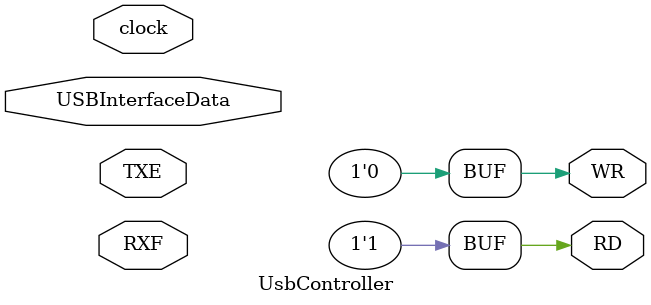
<source format=v>
`timescale 1ns / 1ps


module UsbController(

    // FT2232H facing IO
    inout [7:0] USBInterfaceData,
    input RXF,
    input TXE,
    output reg RD,
    output reg WR,
    
    // Internal facing IO
    input clock         // 100 MHz Clock all timeing done off of that.
    );
    
    reg [7:0]counter;
    reg [7:0]waitForTime;
    
    reg [3:0]state;
    reg [3:0]nextState;
    parameter IDLE = 0, READING_START = 1, READING_WAIT_T3 = 2, READING_DATA = 3, READING_WAIT_T1 = 4, READING_WAIT_T2 = 5, READING_WAIT_T6 = 6,
    WRITE_START = 7;
    
    reg USBRXFlag; // Flag is true when the RX of the FT Device is not empty
    reg USBTXFlag; // Flag is true when the TX of the FT device is not full.
    
    initial begin
        USBTXFlag <= 1;
        USBRXFlag <= 0;
        counter <= 0;
        waitForTime <= 0;
        RD <= 1;
        WR <= 0;
    end
        
    always @(posedge clock)begin
        state <= nextState;
    end
    
    // Reading alert
    // Only run when detecting a falling edge of RXF
    always @(negedge RXF) begin
         USBRXFlag <= 1;
    end
    
    // Writing Alert
    // Only run when detecting a rising edge of TXF
    always @(posedge TXE) begin
        USBTXFlag = 0;
    end
    
    
    always @(posedge clock) begin
        // We are not doing anything
        if(state == IDLE)
        begin
            // We have data to read
            if(USBRXFlag)
            begin
                nextState = READING_START;
            end
            
            // We have data to send
            // Its not full so we can send it.
            if(!USBTXFlag)
            begin
                nextState = WRITE_START;
            end
        end
    end
    
    always @(posedge clock) begin
        case(state)
            // -----------------------------------------------
            // START OF READING STATES         
            // -----------------------------------------------
            
            READING_START:
            begin
                // Set up the system to start reading
                counter = 0;
                
                USBRXFlag = 0;
                // According to the manual we need to wait at most 50ns for there to be valid data.
                waitForTime = 5; // 5 Cycles on a 100 MHz clock
                nextState = READING_WAIT_T3;
            end
            
            READING_WAIT_T3:
            begin
                if(counter < waitForTime)
                    counter <= counter + 1;
                else begin
                    counter <= 0;
                    waitForTime <= 0;
                    nextState = READING_DATA;
                    end
            end
            
            READING_DATA:
            begin
                // TODO: Read the data here and put it somewhere...
                
                waitForTime <= 5; // T1 time is 50ns
                counter <= 0;
                
                nextState = READING_WAIT_T1;
            end
            
            READING_WAIT_T1:
            begin
                if (counter < waitForTime)
                    counter <= counter + 1;
                else begin
                    counter <= 0;
                    waitForTime <= 5;     // Need to wait at least 50 ns for T2    
                    nextState = READING_WAIT_T2;
                end
            end
            
            READING_WAIT_T2:
            begin
                if (counter < waitForTime)
                    counter <= counter + 1;
                else begin
                    counter <= 0;
                    waitForTime <= 8; // Need to wait at most 80 ns for T6
                    nextState = READING_WAIT_T6;
                end
            end
            
            READING_WAIT_T6:
            begin
                if (counter < waitForTime)
                    counter <= counter + 1;
                else begin
                    counter <= 0;
                    waitForTime <= 0;
                    nextState = IDLE;
                end
            end
            // -----------------------------------------------
            // END OF READING STATES         
            // -----------------------------------------------
            
            // -----------------------------------------------
            // START OF WRITING STATES         
            // -----------------------------------------------
            WRITE_START:
            begin
            
            end       
            
            // -----------------------------------------------
            // END OF WRITING STATES         
            // -----------------------------------------------
            
        endcase
    end
    
    
endmodule

</source>
